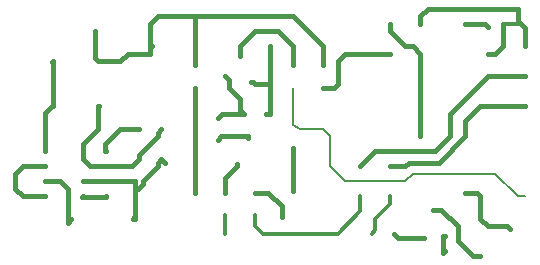
<source format=gbr>
G04 EAGLE Gerber RS-274X export*
G75*
%MOMM*%
%FSLAX34Y34*%
%LPD*%
%INTop Copper*%
%IPPOS*%
%AMOC8*
5,1,8,0,0,1.08239X$1,22.5*%
G01*
%ADD10C,0.406400*%
%ADD11C,0.304800*%
%ADD12C,0.203200*%


D10*
X44450Y88900D02*
X62900Y88900D01*
X44450Y88900D02*
X38100Y82550D01*
X38100Y69850D01*
X44450Y63500D01*
X62900Y63500D01*
X241300Y66650D02*
X252438Y66650D01*
X263525Y55563D01*
X263525Y46175D01*
X263550Y46150D01*
X215900Y66650D02*
X215900Y79375D01*
X225450Y88925D02*
X225450Y90600D01*
X225450Y88925D02*
X215900Y79375D01*
X142400Y69850D02*
X139700Y69850D01*
X161900Y95250D02*
X165100Y92050D01*
X114900Y76200D02*
X95250Y76200D01*
X158750Y88900D02*
X158750Y92100D01*
X161900Y95250D01*
X139700Y69850D02*
X139700Y46750D01*
X137400Y44450D01*
X139700Y69850D02*
X139700Y76200D01*
X114900Y76200D01*
X146050Y76200D02*
X158750Y88900D01*
X146050Y76200D02*
X146050Y73500D01*
X142400Y69850D01*
X139192Y44450D02*
X137400Y44450D01*
X138684Y43942D02*
X139192Y44450D01*
D11*
X215900Y47650D02*
X215900Y31750D01*
X330200Y50800D02*
X330200Y63500D01*
X330200Y50800D02*
X311150Y31750D01*
X247650Y31750D01*
X241300Y38100D01*
X241300Y47650D01*
D10*
X298450Y155600D02*
X308000Y155600D01*
X311150Y158750D01*
X311150Y177800D01*
X317500Y184150D01*
X355600Y184150D01*
X435610Y209550D02*
X438150Y207010D01*
X435610Y209550D02*
X419100Y209550D01*
X419100Y127000D02*
X419100Y114300D01*
X419100Y127000D02*
X431800Y139700D01*
X469900Y139700D01*
X368300Y88900D02*
X355600Y88900D01*
X368300Y88900D02*
X371475Y92075D01*
X396875Y92075D01*
X419100Y114300D01*
X342900Y101600D02*
X330200Y88900D01*
X342900Y101600D02*
X393700Y101600D01*
X406400Y114300D01*
X406400Y133350D01*
X438150Y165100D01*
X469900Y165100D01*
D12*
X273050Y155600D02*
X273050Y123800D01*
X304800Y88900D02*
X317500Y76200D01*
X304800Y88900D02*
X304800Y114300D01*
X463550Y63500D02*
X469900Y63500D01*
X463550Y63500D02*
X444500Y82550D01*
X279400Y120650D02*
X273050Y123800D01*
X279400Y120650D02*
X298450Y120650D01*
X304800Y114300D01*
X374650Y82550D02*
X444500Y82550D01*
X374650Y82550D02*
X368300Y76200D01*
X317500Y76200D01*
D10*
X431800Y50750D02*
X431800Y44450D01*
X438150Y38100D01*
X454500Y38100D01*
X457200Y35400D01*
X431800Y50750D02*
X431800Y63500D01*
X428625Y66675D02*
X419100Y66675D01*
X428625Y66675D02*
X431800Y63500D01*
X273050Y68150D02*
X273050Y104800D01*
X273050Y174600D02*
X273050Y190500D01*
X260350Y203200D01*
X241300Y203200D01*
X228600Y190500D01*
X228600Y182450D01*
X234950Y114300D02*
X234950Y112600D01*
X234950Y114300D02*
X212700Y114300D01*
X209550Y111150D01*
X219100Y161900D02*
X215900Y165100D01*
X212750Y133350D02*
X231800Y133350D01*
X212750Y133350D02*
X209550Y130150D01*
X219100Y155550D02*
X219100Y160450D01*
X219100Y155550D02*
X228600Y146050D01*
X228600Y136550D01*
X231800Y133350D01*
X219100Y160450D02*
X219100Y161900D01*
D11*
X355600Y63500D02*
X355600Y57150D01*
X342900Y44450D01*
X342900Y34900D01*
X339750Y31750D01*
D10*
X142900Y120650D02*
X127000Y120650D01*
X114300Y107950D01*
X114300Y102200D01*
X114900Y101600D01*
X114900Y88900D02*
X136550Y88900D01*
X142900Y95250D01*
X142900Y98450D01*
X158750Y114300D01*
X158750Y117500D01*
X161900Y120650D01*
X114900Y88900D02*
X101600Y88900D01*
X95250Y95250D01*
X107950Y139700D02*
X108900Y139700D01*
X107950Y139700D02*
X107950Y120650D01*
X95250Y107950D01*
X95250Y95250D01*
X114900Y63500D02*
X114646Y63246D01*
X94996Y63246D01*
X190500Y66650D02*
X190500Y88900D01*
X190500Y155600D01*
X95250Y63500D02*
X94996Y63246D01*
X62900Y133700D02*
X68900Y139700D01*
X68900Y176800D02*
X69900Y177800D01*
X69850Y139700D02*
X68900Y139700D01*
X69850Y139700D02*
X69850Y177750D01*
X69900Y177800D01*
X63500Y101600D02*
X62900Y101600D01*
X63500Y101600D02*
X63500Y133100D01*
X62900Y133700D01*
X62900Y76200D02*
X76200Y76200D01*
X82550Y69850D01*
X82550Y40800D01*
X85250Y44450D01*
X105250Y180450D02*
X105250Y203200D01*
X105250Y180450D02*
X107900Y177800D01*
X152400Y189450D02*
X153958Y191008D01*
X190500Y190500D02*
X190500Y174600D01*
X298450Y174600D02*
X298450Y190500D01*
X273050Y215900D01*
X190500Y215900D02*
X158750Y215900D01*
X190500Y215900D02*
X273050Y215900D01*
X158750Y215900D02*
X152400Y209550D01*
X190500Y215900D02*
X190500Y190500D01*
X152400Y189450D02*
X152400Y209550D01*
X127000Y177800D02*
X107900Y177800D01*
X127000Y177800D02*
X133350Y184150D01*
X152400Y184150D01*
X152400Y189450D01*
X250800Y133350D02*
X254000Y133350D01*
X254000Y158750D01*
X239600Y160450D02*
X238100Y160450D01*
X239600Y160450D02*
X241300Y158750D01*
X254000Y158750D01*
X254000Y190500D01*
X381000Y209550D02*
X381000Y215900D01*
X387350Y222250D01*
X463550Y222250D01*
X463550Y212090D01*
X466090Y209550D01*
X469900Y205740D02*
X469900Y190500D01*
X469900Y205740D02*
X466090Y209550D01*
X384175Y28575D02*
X384200Y28550D01*
X384175Y28575D02*
X361925Y28575D01*
X358750Y31750D01*
X392112Y52276D02*
X398574Y52276D01*
X412750Y38100D01*
X412750Y25400D01*
X425450Y12700D01*
X431750Y12700D01*
X431800Y12750D01*
X355600Y203200D02*
X355600Y209550D01*
X381000Y184150D02*
X381000Y114300D01*
X381000Y184150D02*
X374650Y190500D01*
X368300Y190500D01*
X355600Y203200D01*
X401613Y17438D02*
X400050Y15875D01*
X400050Y30276D02*
X401612Y30276D01*
X400050Y30276D02*
X400050Y15875D01*
X438150Y184150D02*
X444500Y184150D01*
X450850Y190500D01*
X450850Y209550D01*
D11*
X463550Y209550D01*
M02*

</source>
